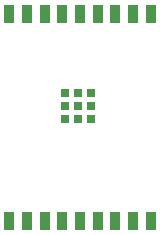
<source format=gbr>
%TF.GenerationSoftware,KiCad,Pcbnew,7.0.1*%
%TF.CreationDate,2023-07-22T19:51:59+09:00*%
%TF.ProjectId,gaming-clock,67616d69-6e67-42d6-936c-6f636b2e6b69,rev?*%
%TF.SameCoordinates,Original*%
%TF.FileFunction,Paste,Bot*%
%TF.FilePolarity,Positive*%
%FSLAX46Y46*%
G04 Gerber Fmt 4.6, Leading zero omitted, Abs format (unit mm)*
G04 Created by KiCad (PCBNEW 7.0.1) date 2023-07-22 19:51:59*
%MOMM*%
%LPD*%
G01*
G04 APERTURE LIST*
%ADD10R,0.900000X1.500000*%
%ADD11R,0.700000X0.700000*%
G04 APERTURE END LIST*
D10*
%TO.C,U1*%
X181462000Y-89268000D03*
X179962000Y-89268000D03*
X178462000Y-89268000D03*
X176962000Y-89268000D03*
X175462000Y-89268000D03*
X173962000Y-89268000D03*
X172462000Y-89268000D03*
X170962000Y-89268000D03*
X169462000Y-89268000D03*
X169462000Y-71768000D03*
X170962000Y-71768000D03*
X172462000Y-71768000D03*
X173962000Y-71768000D03*
X175462000Y-71768000D03*
X176962000Y-71768000D03*
X178462000Y-71768000D03*
X179962000Y-71768000D03*
X181462000Y-71768000D03*
D11*
X174162000Y-80658000D03*
X175262000Y-80658000D03*
X176362000Y-80658000D03*
X174162000Y-79608000D03*
X175262000Y-79608000D03*
X176362000Y-79608000D03*
X174162000Y-78458000D03*
X175262000Y-78458000D03*
X176362000Y-78458000D03*
%TD*%
M02*

</source>
